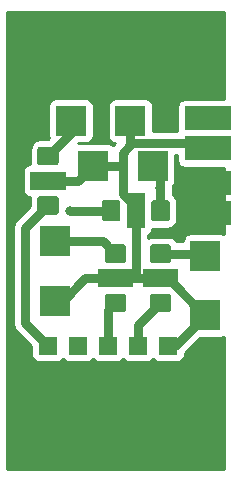
<source format=gbr>
G04 #@! TF.GenerationSoftware,KiCad,Pcbnew,6.0.0-rc1-unknown-f68581d~66~ubuntu16.04.1*
G04 #@! TF.CreationDate,2018-09-30T17:07:12+02:00*
G04 #@! TF.ProjectId,SIPM01A,5349504D3031412E6B696361645F7063,rev?*
G04 #@! TF.SameCoordinates,Original*
G04 #@! TF.FileFunction,Copper,L2,Bot,Signal*
G04 #@! TF.FilePolarity,Positive*
%FSLAX46Y46*%
G04 Gerber Fmt 4.6, Leading zero omitted, Abs format (unit mm)*
G04 Created by KiCad (PCBNEW 6.0.0-rc1-unknown-f68581d~66~ubuntu16.04.1) date Sun Sep 30 17:07:12 2018*
%MOMM*%
%LPD*%
G01*
G04 APERTURE LIST*
G04 #@! TA.AperFunction,ComponentPad*
%ADD10C,6.000000*%
G04 #@! TD*
G04 #@! TA.AperFunction,SMDPad,CuDef*
%ADD11C,1.500000*%
G04 #@! TD*
G04 #@! TA.AperFunction,Conductor*
%ADD12C,0.100000*%
G04 #@! TD*
G04 #@! TA.AperFunction,SMDPad,CuDef*
%ADD13C,1.575000*%
G04 #@! TD*
G04 #@! TA.AperFunction,SMDPad,CuDef*
%ADD14R,2.550160X2.499360*%
G04 #@! TD*
G04 #@! TA.AperFunction,SMDPad,CuDef*
%ADD15R,2.499360X2.550160*%
G04 #@! TD*
G04 #@! TA.AperFunction,SMDPad,CuDef*
%ADD16R,4.000000X2.000000*%
G04 #@! TD*
G04 #@! TA.AperFunction,ComponentPad*
%ADD17R,1.524000X1.524000*%
G04 #@! TD*
G04 #@! TA.AperFunction,ViaPad*
%ADD18C,0.800000*%
G04 #@! TD*
G04 #@! TA.AperFunction,Conductor*
%ADD19C,0.800000*%
G04 #@! TD*
G04 #@! TA.AperFunction,Conductor*
%ADD20C,0.254000*%
G04 #@! TD*
G04 APERTURE END LIST*
D10*
G04 #@! TO.P,M1,1*
G04 #@! TO.N,GND*
X15240000Y35560000D03*
G04 #@! TD*
G04 #@! TO.P,M2,1*
G04 #@! TO.N,GND*
X5080000Y5080000D03*
G04 #@! TD*
G04 #@! TO.P,M3,1*
G04 #@! TO.N,GND*
X5080000Y35560000D03*
G04 #@! TD*
G04 #@! TO.P,M4,1*
G04 #@! TO.N,GND*
X15240000Y5080000D03*
G04 #@! TD*
D11*
G04 #@! TO.P,C1,2*
G04 #@! TO.N,/+*
X4445000Y25400000D03*
D12*
G04 #@! TD*
G04 #@! TO.N,/+*
G04 #@! TO.C,C1*
G36*
X5945000Y24650000D02*
X2945000Y24650000D01*
X2945000Y26150000D01*
X5945000Y26150000D01*
X5945000Y24650000D01*
X5945000Y24650000D01*
G37*
G04 #@! TO.N,/U1*
G04 #@! TO.C,C1*
G36*
X5119121Y28273794D02*
X5143430Y28270188D01*
X5167270Y28264217D01*
X5190408Y28255938D01*
X5212625Y28245430D01*
X5233704Y28232796D01*
X5253443Y28218156D01*
X5271652Y28201652D01*
X5288156Y28183443D01*
X5302796Y28163704D01*
X5315430Y28142625D01*
X5325938Y28120408D01*
X5334217Y28097270D01*
X5340188Y28073430D01*
X5343794Y28049121D01*
X5345000Y28024575D01*
X5345000Y26950425D01*
X5343794Y26925879D01*
X5340188Y26901570D01*
X5334217Y26877730D01*
X5325938Y26854592D01*
X5315430Y26832375D01*
X5302796Y26811296D01*
X5288156Y26791557D01*
X5271652Y26773348D01*
X5253443Y26756844D01*
X5233704Y26742204D01*
X5212625Y26729570D01*
X5190408Y26719062D01*
X5167270Y26710783D01*
X5143430Y26704812D01*
X5119121Y26701206D01*
X5094575Y26700000D01*
X3795425Y26700000D01*
X3770879Y26701206D01*
X3746570Y26704812D01*
X3722730Y26710783D01*
X3699592Y26719062D01*
X3677375Y26729570D01*
X3656296Y26742204D01*
X3636557Y26756844D01*
X3618348Y26773348D01*
X3601844Y26791557D01*
X3587204Y26811296D01*
X3574570Y26832375D01*
X3564062Y26854592D01*
X3555783Y26877730D01*
X3549812Y26901570D01*
X3546206Y26925879D01*
X3545000Y26950425D01*
X3545000Y28024575D01*
X3546206Y28049121D01*
X3549812Y28073430D01*
X3555783Y28097270D01*
X3564062Y28120408D01*
X3574570Y28142625D01*
X3587204Y28163704D01*
X3601844Y28183443D01*
X3618348Y28201652D01*
X3636557Y28218156D01*
X3656296Y28232796D01*
X3677375Y28245430D01*
X3699592Y28255938D01*
X3722730Y28264217D01*
X3746570Y28270188D01*
X3770879Y28273794D01*
X3795425Y28275000D01*
X5094575Y28275000D01*
X5119121Y28273794D01*
X5119121Y28273794D01*
G37*
D13*
G04 #@! TD*
G04 #@! TO.P,C1,3*
G04 #@! TO.N,/U1*
X4445000Y27487500D03*
D12*
G04 #@! TO.N,/U1in*
G04 #@! TO.C,C1*
G36*
X5119505Y24098796D02*
X5143773Y24095196D01*
X5167572Y24089235D01*
X5190671Y24080970D01*
X5212850Y24070480D01*
X5233893Y24057868D01*
X5253599Y24043253D01*
X5271777Y24026777D01*
X5288253Y24008599D01*
X5302868Y23988893D01*
X5315480Y23967850D01*
X5325970Y23945671D01*
X5334235Y23922572D01*
X5340196Y23898773D01*
X5343796Y23874505D01*
X5345000Y23850001D01*
X5345000Y22774999D01*
X5343796Y22750495D01*
X5340196Y22726227D01*
X5334235Y22702428D01*
X5325970Y22679329D01*
X5315480Y22657150D01*
X5302868Y22636107D01*
X5288253Y22616401D01*
X5271777Y22598223D01*
X5253599Y22581747D01*
X5233893Y22567132D01*
X5212850Y22554520D01*
X5190671Y22544030D01*
X5167572Y22535765D01*
X5143773Y22529804D01*
X5119505Y22526204D01*
X5095001Y22525000D01*
X3794999Y22525000D01*
X3770495Y22526204D01*
X3746227Y22529804D01*
X3722428Y22535765D01*
X3699329Y22544030D01*
X3677150Y22554520D01*
X3656107Y22567132D01*
X3636401Y22581747D01*
X3618223Y22598223D01*
X3601747Y22616401D01*
X3587132Y22636107D01*
X3574520Y22657150D01*
X3564030Y22679329D01*
X3555765Y22702428D01*
X3549804Y22726227D01*
X3546204Y22750495D01*
X3545000Y22774999D01*
X3545000Y23850001D01*
X3546204Y23874505D01*
X3549804Y23898773D01*
X3555765Y23922572D01*
X3564030Y23945671D01*
X3574520Y23967850D01*
X3587132Y23988893D01*
X3601747Y24008599D01*
X3618223Y24026777D01*
X3636401Y24043253D01*
X3656107Y24057868D01*
X3677150Y24070480D01*
X3699329Y24080970D01*
X3722428Y24089235D01*
X3746227Y24095196D01*
X3770495Y24098796D01*
X3794999Y24100000D01*
X5095001Y24100000D01*
X5119505Y24098796D01*
X5119505Y24098796D01*
G37*
D13*
G04 #@! TD*
G04 #@! TO.P,C1,1*
G04 #@! TO.N,/U1in*
X4445000Y23312500D03*
D14*
G04 #@! TO.P,C2,2*
G04 #@! TO.N,/U1*
X6380480Y30480000D03*
G04 #@! TO.P,C2,1*
G04 #@! TO.N,/+*
X11430000Y30480000D03*
G04 #@! TD*
D12*
G04 #@! TO.N,/U2in*
G04 #@! TO.C,C4*
G36*
X10357005Y23758796D02*
X10381273Y23755196D01*
X10405072Y23749235D01*
X10428171Y23740970D01*
X10450350Y23730480D01*
X10471393Y23717868D01*
X10491099Y23703253D01*
X10509277Y23686777D01*
X10525753Y23668599D01*
X10540368Y23648893D01*
X10552980Y23627850D01*
X10563470Y23605671D01*
X10571735Y23582572D01*
X10577696Y23558773D01*
X10581296Y23534505D01*
X10582500Y23510001D01*
X10582500Y22209999D01*
X10581296Y22185495D01*
X10577696Y22161227D01*
X10571735Y22137428D01*
X10563470Y22114329D01*
X10552980Y22092150D01*
X10540368Y22071107D01*
X10525753Y22051401D01*
X10509277Y22033223D01*
X10491099Y22016747D01*
X10471393Y22002132D01*
X10450350Y21989520D01*
X10428171Y21979030D01*
X10405072Y21970765D01*
X10381273Y21964804D01*
X10357005Y21961204D01*
X10332501Y21960000D01*
X9257499Y21960000D01*
X9232995Y21961204D01*
X9208727Y21964804D01*
X9184928Y21970765D01*
X9161829Y21979030D01*
X9139650Y21989520D01*
X9118607Y22002132D01*
X9098901Y22016747D01*
X9080723Y22033223D01*
X9064247Y22051401D01*
X9049632Y22071107D01*
X9037020Y22092150D01*
X9026530Y22114329D01*
X9018265Y22137428D01*
X9012304Y22161227D01*
X9008704Y22185495D01*
X9007500Y22209999D01*
X9007500Y23510001D01*
X9008704Y23534505D01*
X9012304Y23558773D01*
X9018265Y23582572D01*
X9026530Y23605671D01*
X9037020Y23627850D01*
X9049632Y23648893D01*
X9064247Y23668599D01*
X9080723Y23686777D01*
X9098901Y23703253D01*
X9118607Y23717868D01*
X9139650Y23730480D01*
X9161829Y23740970D01*
X9184928Y23749235D01*
X9208727Y23755196D01*
X9232995Y23758796D01*
X9257499Y23760000D01*
X10332501Y23760000D01*
X10357005Y23758796D01*
X10357005Y23758796D01*
G37*
D13*
G04 #@! TD*
G04 #@! TO.P,C4,1*
G04 #@! TO.N,/U2in*
X9795000Y22860000D03*
D12*
G04 #@! TO.N,/U2*
G04 #@! TO.C,C4*
G36*
X14531621Y23758794D02*
X14555930Y23755188D01*
X14579770Y23749217D01*
X14602908Y23740938D01*
X14625125Y23730430D01*
X14646204Y23717796D01*
X14665943Y23703156D01*
X14684152Y23686652D01*
X14700656Y23668443D01*
X14715296Y23648704D01*
X14727930Y23627625D01*
X14738438Y23605408D01*
X14746717Y23582270D01*
X14752688Y23558430D01*
X14756294Y23534121D01*
X14757500Y23509575D01*
X14757500Y22210425D01*
X14756294Y22185879D01*
X14752688Y22161570D01*
X14746717Y22137730D01*
X14738438Y22114592D01*
X14727930Y22092375D01*
X14715296Y22071296D01*
X14700656Y22051557D01*
X14684152Y22033348D01*
X14665943Y22016844D01*
X14646204Y22002204D01*
X14625125Y21989570D01*
X14602908Y21979062D01*
X14579770Y21970783D01*
X14555930Y21964812D01*
X14531621Y21961206D01*
X14507075Y21960000D01*
X13432925Y21960000D01*
X13408379Y21961206D01*
X13384070Y21964812D01*
X13360230Y21970783D01*
X13337092Y21979062D01*
X13314875Y21989570D01*
X13293796Y22002204D01*
X13274057Y22016844D01*
X13255848Y22033348D01*
X13239344Y22051557D01*
X13224704Y22071296D01*
X13212070Y22092375D01*
X13201562Y22114592D01*
X13193283Y22137730D01*
X13187312Y22161570D01*
X13183706Y22185879D01*
X13182500Y22210425D01*
X13182500Y23509575D01*
X13183706Y23534121D01*
X13187312Y23558430D01*
X13193283Y23582270D01*
X13201562Y23605408D01*
X13212070Y23627625D01*
X13224704Y23648704D01*
X13239344Y23668443D01*
X13255848Y23686652D01*
X13274057Y23703156D01*
X13293796Y23717796D01*
X13314875Y23730430D01*
X13337092Y23740938D01*
X13360230Y23749217D01*
X13384070Y23755188D01*
X13408379Y23758794D01*
X13432925Y23760000D01*
X14507075Y23760000D01*
X14531621Y23758794D01*
X14531621Y23758794D01*
G37*
D13*
G04 #@! TD*
G04 #@! TO.P,C4,3*
G04 #@! TO.N,/U2*
X13970000Y22860000D03*
D11*
G04 #@! TO.P,C4,2*
G04 #@! TO.N,/+*
X11882500Y22860000D03*
D12*
G04 #@! TD*
G04 #@! TO.N,/+*
G04 #@! TO.C,C4*
G36*
X11132500Y21360000D02*
X11132500Y24360000D01*
X12632500Y24360000D01*
X12632500Y21360000D01*
X11132500Y21360000D01*
X11132500Y21360000D01*
G37*
D15*
G04 #@! TO.P,C5,1*
G04 #@! TO.N,/+*
X5080000Y15240000D03*
G04 #@! TO.P,C5,2*
G04 #@! TO.N,/U3*
X5080000Y20289520D03*
G04 #@! TD*
D11*
G04 #@! TO.P,C7,2*
G04 #@! TO.N,/+*
X10160000Y17145000D03*
D12*
G04 #@! TD*
G04 #@! TO.N,/+*
G04 #@! TO.C,C7*
G36*
X11660000Y16395000D02*
X8660000Y16395000D01*
X8660000Y17895000D01*
X11660000Y17895000D01*
X11660000Y16395000D01*
X11660000Y16395000D01*
G37*
G04 #@! TO.N,/U3*
G04 #@! TO.C,C7*
G36*
X10834121Y20018794D02*
X10858430Y20015188D01*
X10882270Y20009217D01*
X10905408Y20000938D01*
X10927625Y19990430D01*
X10948704Y19977796D01*
X10968443Y19963156D01*
X10986652Y19946652D01*
X11003156Y19928443D01*
X11017796Y19908704D01*
X11030430Y19887625D01*
X11040938Y19865408D01*
X11049217Y19842270D01*
X11055188Y19818430D01*
X11058794Y19794121D01*
X11060000Y19769575D01*
X11060000Y18695425D01*
X11058794Y18670879D01*
X11055188Y18646570D01*
X11049217Y18622730D01*
X11040938Y18599592D01*
X11030430Y18577375D01*
X11017796Y18556296D01*
X11003156Y18536557D01*
X10986652Y18518348D01*
X10968443Y18501844D01*
X10948704Y18487204D01*
X10927625Y18474570D01*
X10905408Y18464062D01*
X10882270Y18455783D01*
X10858430Y18449812D01*
X10834121Y18446206D01*
X10809575Y18445000D01*
X9510425Y18445000D01*
X9485879Y18446206D01*
X9461570Y18449812D01*
X9437730Y18455783D01*
X9414592Y18464062D01*
X9392375Y18474570D01*
X9371296Y18487204D01*
X9351557Y18501844D01*
X9333348Y18518348D01*
X9316844Y18536557D01*
X9302204Y18556296D01*
X9289570Y18577375D01*
X9279062Y18599592D01*
X9270783Y18622730D01*
X9264812Y18646570D01*
X9261206Y18670879D01*
X9260000Y18695425D01*
X9260000Y19769575D01*
X9261206Y19794121D01*
X9264812Y19818430D01*
X9270783Y19842270D01*
X9279062Y19865408D01*
X9289570Y19887625D01*
X9302204Y19908704D01*
X9316844Y19928443D01*
X9333348Y19946652D01*
X9351557Y19963156D01*
X9371296Y19977796D01*
X9392375Y19990430D01*
X9414592Y20000938D01*
X9437730Y20009217D01*
X9461570Y20015188D01*
X9485879Y20018794D01*
X9510425Y20020000D01*
X10809575Y20020000D01*
X10834121Y20018794D01*
X10834121Y20018794D01*
G37*
D13*
G04 #@! TD*
G04 #@! TO.P,C7,3*
G04 #@! TO.N,/U3*
X10160000Y19232500D03*
D12*
G04 #@! TO.N,/U3in*
G04 #@! TO.C,C7*
G36*
X10834505Y15843796D02*
X10858773Y15840196D01*
X10882572Y15834235D01*
X10905671Y15825970D01*
X10927850Y15815480D01*
X10948893Y15802868D01*
X10968599Y15788253D01*
X10986777Y15771777D01*
X11003253Y15753599D01*
X11017868Y15733893D01*
X11030480Y15712850D01*
X11040970Y15690671D01*
X11049235Y15667572D01*
X11055196Y15643773D01*
X11058796Y15619505D01*
X11060000Y15595001D01*
X11060000Y14519999D01*
X11058796Y14495495D01*
X11055196Y14471227D01*
X11049235Y14447428D01*
X11040970Y14424329D01*
X11030480Y14402150D01*
X11017868Y14381107D01*
X11003253Y14361401D01*
X10986777Y14343223D01*
X10968599Y14326747D01*
X10948893Y14312132D01*
X10927850Y14299520D01*
X10905671Y14289030D01*
X10882572Y14280765D01*
X10858773Y14274804D01*
X10834505Y14271204D01*
X10810001Y14270000D01*
X9509999Y14270000D01*
X9485495Y14271204D01*
X9461227Y14274804D01*
X9437428Y14280765D01*
X9414329Y14289030D01*
X9392150Y14299520D01*
X9371107Y14312132D01*
X9351401Y14326747D01*
X9333223Y14343223D01*
X9316747Y14361401D01*
X9302132Y14381107D01*
X9289520Y14402150D01*
X9279030Y14424329D01*
X9270765Y14447428D01*
X9264804Y14471227D01*
X9261204Y14495495D01*
X9260000Y14519999D01*
X9260000Y15595001D01*
X9261204Y15619505D01*
X9264804Y15643773D01*
X9270765Y15667572D01*
X9279030Y15690671D01*
X9289520Y15712850D01*
X9302132Y15733893D01*
X9316747Y15753599D01*
X9333223Y15771777D01*
X9351401Y15788253D01*
X9371107Y15802868D01*
X9392150Y15815480D01*
X9414329Y15825970D01*
X9437428Y15834235D01*
X9461227Y15840196D01*
X9485495Y15843796D01*
X9509999Y15845000D01*
X10810001Y15845000D01*
X10834505Y15843796D01*
X10834505Y15843796D01*
G37*
D13*
G04 #@! TD*
G04 #@! TO.P,C7,1*
G04 #@! TO.N,/U3in*
X10160000Y15057500D03*
D12*
G04 #@! TO.N,/U4in*
G04 #@! TO.C,C10*
G36*
X14644505Y15843796D02*
X14668773Y15840196D01*
X14692572Y15834235D01*
X14715671Y15825970D01*
X14737850Y15815480D01*
X14758893Y15802868D01*
X14778599Y15788253D01*
X14796777Y15771777D01*
X14813253Y15753599D01*
X14827868Y15733893D01*
X14840480Y15712850D01*
X14850970Y15690671D01*
X14859235Y15667572D01*
X14865196Y15643773D01*
X14868796Y15619505D01*
X14870000Y15595001D01*
X14870000Y14519999D01*
X14868796Y14495495D01*
X14865196Y14471227D01*
X14859235Y14447428D01*
X14850970Y14424329D01*
X14840480Y14402150D01*
X14827868Y14381107D01*
X14813253Y14361401D01*
X14796777Y14343223D01*
X14778599Y14326747D01*
X14758893Y14312132D01*
X14737850Y14299520D01*
X14715671Y14289030D01*
X14692572Y14280765D01*
X14668773Y14274804D01*
X14644505Y14271204D01*
X14620001Y14270000D01*
X13319999Y14270000D01*
X13295495Y14271204D01*
X13271227Y14274804D01*
X13247428Y14280765D01*
X13224329Y14289030D01*
X13202150Y14299520D01*
X13181107Y14312132D01*
X13161401Y14326747D01*
X13143223Y14343223D01*
X13126747Y14361401D01*
X13112132Y14381107D01*
X13099520Y14402150D01*
X13089030Y14424329D01*
X13080765Y14447428D01*
X13074804Y14471227D01*
X13071204Y14495495D01*
X13070000Y14519999D01*
X13070000Y15595001D01*
X13071204Y15619505D01*
X13074804Y15643773D01*
X13080765Y15667572D01*
X13089030Y15690671D01*
X13099520Y15712850D01*
X13112132Y15733893D01*
X13126747Y15753599D01*
X13143223Y15771777D01*
X13161401Y15788253D01*
X13181107Y15802868D01*
X13202150Y15815480D01*
X13224329Y15825970D01*
X13247428Y15834235D01*
X13271227Y15840196D01*
X13295495Y15843796D01*
X13319999Y15845000D01*
X14620001Y15845000D01*
X14644505Y15843796D01*
X14644505Y15843796D01*
G37*
D13*
G04 #@! TD*
G04 #@! TO.P,C10,1*
G04 #@! TO.N,/U4in*
X13970000Y15057500D03*
D12*
G04 #@! TO.N,/U4*
G04 #@! TO.C,C10*
G36*
X14644121Y20018794D02*
X14668430Y20015188D01*
X14692270Y20009217D01*
X14715408Y20000938D01*
X14737625Y19990430D01*
X14758704Y19977796D01*
X14778443Y19963156D01*
X14796652Y19946652D01*
X14813156Y19928443D01*
X14827796Y19908704D01*
X14840430Y19887625D01*
X14850938Y19865408D01*
X14859217Y19842270D01*
X14865188Y19818430D01*
X14868794Y19794121D01*
X14870000Y19769575D01*
X14870000Y18695425D01*
X14868794Y18670879D01*
X14865188Y18646570D01*
X14859217Y18622730D01*
X14850938Y18599592D01*
X14840430Y18577375D01*
X14827796Y18556296D01*
X14813156Y18536557D01*
X14796652Y18518348D01*
X14778443Y18501844D01*
X14758704Y18487204D01*
X14737625Y18474570D01*
X14715408Y18464062D01*
X14692270Y18455783D01*
X14668430Y18449812D01*
X14644121Y18446206D01*
X14619575Y18445000D01*
X13320425Y18445000D01*
X13295879Y18446206D01*
X13271570Y18449812D01*
X13247730Y18455783D01*
X13224592Y18464062D01*
X13202375Y18474570D01*
X13181296Y18487204D01*
X13161557Y18501844D01*
X13143348Y18518348D01*
X13126844Y18536557D01*
X13112204Y18556296D01*
X13099570Y18577375D01*
X13089062Y18599592D01*
X13080783Y18622730D01*
X13074812Y18646570D01*
X13071206Y18670879D01*
X13070000Y18695425D01*
X13070000Y19769575D01*
X13071206Y19794121D01*
X13074812Y19818430D01*
X13080783Y19842270D01*
X13089062Y19865408D01*
X13099570Y19887625D01*
X13112204Y19908704D01*
X13126844Y19928443D01*
X13143348Y19946652D01*
X13161557Y19963156D01*
X13181296Y19977796D01*
X13202375Y19990430D01*
X13224592Y20000938D01*
X13247730Y20009217D01*
X13271570Y20015188D01*
X13295879Y20018794D01*
X13320425Y20020000D01*
X14619575Y20020000D01*
X14644121Y20018794D01*
X14644121Y20018794D01*
G37*
D13*
G04 #@! TD*
G04 #@! TO.P,C10,3*
G04 #@! TO.N,/U4*
X13970000Y19232500D03*
D11*
G04 #@! TO.P,C10,2*
G04 #@! TO.N,/+*
X13970000Y17145000D03*
D12*
G04 #@! TD*
G04 #@! TO.N,/+*
G04 #@! TO.C,C10*
G36*
X15470000Y16395000D02*
X12470000Y16395000D01*
X12470000Y17895000D01*
X15470000Y17895000D01*
X15470000Y16395000D01*
X15470000Y16395000D01*
G37*
D16*
G04 #@! TO.P,J5,1*
G04 #@! TO.N,/K*
X18034000Y30670500D03*
G04 #@! TO.P,J5,2*
G04 #@! TO.N,/+*
X18034000Y28130500D03*
G04 #@! TD*
G04 #@! TO.P,J6,2*
G04 #@! TO.N,GND*
X18034000Y25196800D03*
G04 #@! TO.P,J6,1*
X18034000Y22656800D03*
G04 #@! TD*
D17*
G04 #@! TO.P,J1,1*
G04 #@! TO.N,/U1in*
X4445000Y11430000D03*
G04 #@! TD*
G04 #@! TO.P,J2,1*
G04 #@! TO.N,/U2in*
X6985000Y11430000D03*
G04 #@! TD*
G04 #@! TO.P,J3,1*
G04 #@! TO.N,/U3in*
X9525000Y11430000D03*
G04 #@! TD*
G04 #@! TO.P,J4,1*
G04 #@! TO.N,/U4in*
X12065000Y11430000D03*
G04 #@! TD*
G04 #@! TO.P,J7,1*
G04 #@! TO.N,/+*
X14605000Y11430000D03*
G04 #@! TD*
D14*
G04 #@! TO.P,C3,2*
G04 #@! TO.N,/U2*
X13304520Y26670000D03*
G04 #@! TO.P,C3,1*
G04 #@! TO.N,/+*
X8255000Y26670000D03*
G04 #@! TD*
D15*
G04 #@! TO.P,C6,1*
G04 #@! TO.N,/+*
X17780000Y14000480D03*
G04 #@! TO.P,C6,2*
G04 #@! TO.N,/U4*
X17780000Y19050000D03*
G04 #@! TD*
D18*
G04 #@! TO.N,/U1*
X4445000Y27487500D03*
G04 #@! TO.N,/U2*
X13970000Y24765000D03*
G04 #@! TO.N,/U3*
X10160000Y19232500D03*
G04 #@! TO.N,/U4*
X13970000Y19232500D03*
G04 #@! TO.N,GND*
X15875000Y26035000D03*
G04 #@! TO.N,/U2in*
X6350000Y22860000D03*
G04 #@! TO.N,/K*
X18034000Y30670500D03*
G04 #@! TD*
D19*
G04 #@! TO.N,/U1*
X6380480Y30480000D02*
X6380480Y29422980D01*
X6380480Y29422980D02*
X4445000Y27487500D01*
G04 #@! TO.N,/U2*
X13970000Y24765000D02*
X13970000Y26004520D01*
X13970000Y22860000D02*
X13970000Y24765000D01*
X13970000Y26004520D02*
X13304520Y26670000D01*
G04 #@! TO.N,/U3*
X5715000Y20289520D02*
X9102980Y20289520D01*
X9102980Y20289520D02*
X10160000Y19232500D01*
G04 #@! TO.N,/U4*
X13970000Y19232500D02*
X17582260Y19232500D01*
X17582260Y19232500D02*
X17780000Y19034760D01*
G04 #@! TO.N,GND*
X16713200Y25196800D02*
X15875000Y26035000D01*
X18034000Y25196800D02*
X16713200Y25196800D01*
G04 #@! TO.N,/U1in*
X2540000Y13335000D02*
X4445000Y11430000D01*
X4445000Y23312500D02*
X2540000Y21407500D01*
X2540000Y21407500D02*
X2540000Y13335000D01*
G04 #@! TO.N,/U2in*
X9795000Y22860000D02*
X6350000Y22860000D01*
G04 #@! TO.N,/U3in*
X9525000Y11430000D02*
X9525000Y14422500D01*
X9525000Y14422500D02*
X10160000Y15057500D01*
G04 #@! TO.N,/U4in*
X12065000Y11430000D02*
X12065000Y13152500D01*
X12065000Y13152500D02*
X13970000Y15057500D01*
G04 #@! TO.N,/+*
X11430000Y30480000D02*
X11430000Y28749758D01*
X11430000Y28749758D02*
X11604758Y28575000D01*
X8255000Y26670000D02*
X6985000Y25400000D01*
X6985000Y25400000D02*
X4445000Y25400000D01*
X10795000Y26670000D02*
X10795000Y27765242D01*
X10795000Y24249598D02*
X10795000Y26670000D01*
X8255000Y26670000D02*
X10795000Y26670000D01*
X11430000Y28400242D02*
X11604758Y28575000D01*
X10795000Y27765242D02*
X11430000Y28400242D01*
X11882500Y22860000D02*
X11882500Y23162098D01*
X11882500Y23162098D02*
X10795000Y24249598D01*
X11604758Y28575000D02*
X17589500Y28575000D01*
X17589500Y28575000D02*
X18034000Y28130500D01*
X12065000Y17145000D02*
X11882500Y17327500D01*
X11882500Y17327500D02*
X11882500Y22860000D01*
X14605000Y11430000D02*
X15224760Y11430000D01*
X15224760Y11430000D02*
X17780000Y13985240D01*
X17843500Y27940000D02*
X18034000Y28130500D01*
X10160000Y17145000D02*
X12065000Y17145000D01*
X12065000Y17145000D02*
X13970000Y17145000D01*
X5715000Y15240000D02*
X7620000Y17145000D01*
X7620000Y17145000D02*
X10160000Y17145000D01*
X17780000Y13985240D02*
X14620240Y17145000D01*
X14620240Y17145000D02*
X13970000Y17145000D01*
G04 #@! TD*
D20*
G04 #@! TO.N,GND*
G36*
X19331001Y32317940D02*
X16034000Y32317940D01*
X15786235Y32268657D01*
X15576191Y32128309D01*
X15435843Y31918265D01*
X15386560Y31670500D01*
X15386560Y29670500D01*
X15398594Y29610000D01*
X13352520Y29610000D01*
X13352520Y31729680D01*
X13303237Y31977445D01*
X13162889Y32187489D01*
X12952845Y32327837D01*
X12705080Y32377120D01*
X10154920Y32377120D01*
X9907155Y32327837D01*
X9697111Y32187489D01*
X9556763Y31977445D01*
X9507480Y31729680D01*
X9507480Y29230320D01*
X9556763Y28982555D01*
X9697111Y28772511D01*
X9907155Y28632163D01*
X10149922Y28583874D01*
X10135225Y28569177D01*
X10048808Y28511435D01*
X9991066Y28425018D01*
X9968130Y28390692D01*
X9777845Y28517837D01*
X9530080Y28567120D01*
X6988331Y28567120D01*
X7004091Y28582880D01*
X7655560Y28582880D01*
X7903325Y28632163D01*
X8113369Y28772511D01*
X8253717Y28982555D01*
X8303000Y29230320D01*
X8303000Y31729680D01*
X8253717Y31977445D01*
X8113369Y32187489D01*
X7903325Y32327837D01*
X7655560Y32377120D01*
X5105400Y32377120D01*
X4857635Y32327837D01*
X4647591Y32187489D01*
X4507243Y31977445D01*
X4457960Y31729680D01*
X4457960Y29230320D01*
X4502117Y29008327D01*
X4416230Y28922440D01*
X3795425Y28922440D01*
X3451827Y28854094D01*
X3160539Y28659461D01*
X2965906Y28368173D01*
X2897560Y28024575D01*
X2897560Y26950425D01*
X2928638Y26794185D01*
X2697235Y26748157D01*
X2487191Y26607809D01*
X2346843Y26397765D01*
X2297560Y26150000D01*
X2297560Y24650000D01*
X2346843Y24402235D01*
X2487191Y24192191D01*
X2697235Y24051843D01*
X2928556Y24005831D01*
X2897560Y23850001D01*
X2897560Y23228771D01*
X1880227Y22211437D01*
X1793807Y22153693D01*
X1602130Y21866827D01*
X1565052Y21811336D01*
X1484724Y21407500D01*
X1505000Y21305566D01*
X1505001Y13436939D01*
X1484724Y13335000D01*
X1565052Y12931164D01*
X1565053Y12931163D01*
X1793808Y12588807D01*
X1880225Y12531065D01*
X3035560Y11375729D01*
X3035560Y10668000D01*
X3084843Y10420235D01*
X3225191Y10210191D01*
X3435235Y10069843D01*
X3683000Y10020560D01*
X5207000Y10020560D01*
X5454765Y10069843D01*
X5664809Y10210191D01*
X5715000Y10285307D01*
X5765191Y10210191D01*
X5975235Y10069843D01*
X6223000Y10020560D01*
X7747000Y10020560D01*
X7994765Y10069843D01*
X8204809Y10210191D01*
X8255000Y10285307D01*
X8305191Y10210191D01*
X8515235Y10069843D01*
X8763000Y10020560D01*
X10287000Y10020560D01*
X10534765Y10069843D01*
X10744809Y10210191D01*
X10795000Y10285307D01*
X10845191Y10210191D01*
X11055235Y10069843D01*
X11303000Y10020560D01*
X12827000Y10020560D01*
X13074765Y10069843D01*
X13284809Y10210191D01*
X13335000Y10285307D01*
X13385191Y10210191D01*
X13595235Y10069843D01*
X13843000Y10020560D01*
X15367000Y10020560D01*
X15614765Y10069843D01*
X15824809Y10210191D01*
X15965157Y10420235D01*
X16014440Y10668000D01*
X16014440Y10748890D01*
X16028697Y10770227D01*
X17336431Y12077960D01*
X19029680Y12077960D01*
X19277445Y12127243D01*
X19331000Y12163028D01*
X19331000Y989000D01*
X989000Y989000D01*
X989000Y39651000D01*
X19331001Y39651000D01*
X19331001Y32317940D01*
X19331001Y32317940D01*
G37*
X19331001Y32317940D02*
X16034000Y32317940D01*
X15786235Y32268657D01*
X15576191Y32128309D01*
X15435843Y31918265D01*
X15386560Y31670500D01*
X15386560Y29670500D01*
X15398594Y29610000D01*
X13352520Y29610000D01*
X13352520Y31729680D01*
X13303237Y31977445D01*
X13162889Y32187489D01*
X12952845Y32327837D01*
X12705080Y32377120D01*
X10154920Y32377120D01*
X9907155Y32327837D01*
X9697111Y32187489D01*
X9556763Y31977445D01*
X9507480Y31729680D01*
X9507480Y29230320D01*
X9556763Y28982555D01*
X9697111Y28772511D01*
X9907155Y28632163D01*
X10149922Y28583874D01*
X10135225Y28569177D01*
X10048808Y28511435D01*
X9991066Y28425018D01*
X9968130Y28390692D01*
X9777845Y28517837D01*
X9530080Y28567120D01*
X6988331Y28567120D01*
X7004091Y28582880D01*
X7655560Y28582880D01*
X7903325Y28632163D01*
X8113369Y28772511D01*
X8253717Y28982555D01*
X8303000Y29230320D01*
X8303000Y31729680D01*
X8253717Y31977445D01*
X8113369Y32187489D01*
X7903325Y32327837D01*
X7655560Y32377120D01*
X5105400Y32377120D01*
X4857635Y32327837D01*
X4647591Y32187489D01*
X4507243Y31977445D01*
X4457960Y31729680D01*
X4457960Y29230320D01*
X4502117Y29008327D01*
X4416230Y28922440D01*
X3795425Y28922440D01*
X3451827Y28854094D01*
X3160539Y28659461D01*
X2965906Y28368173D01*
X2897560Y28024575D01*
X2897560Y26950425D01*
X2928638Y26794185D01*
X2697235Y26748157D01*
X2487191Y26607809D01*
X2346843Y26397765D01*
X2297560Y26150000D01*
X2297560Y24650000D01*
X2346843Y24402235D01*
X2487191Y24192191D01*
X2697235Y24051843D01*
X2928556Y24005831D01*
X2897560Y23850001D01*
X2897560Y23228771D01*
X1880227Y22211437D01*
X1793807Y22153693D01*
X1602130Y21866827D01*
X1565052Y21811336D01*
X1484724Y21407500D01*
X1505000Y21305566D01*
X1505001Y13436939D01*
X1484724Y13335000D01*
X1565052Y12931164D01*
X1565053Y12931163D01*
X1793808Y12588807D01*
X1880225Y12531065D01*
X3035560Y11375729D01*
X3035560Y10668000D01*
X3084843Y10420235D01*
X3225191Y10210191D01*
X3435235Y10069843D01*
X3683000Y10020560D01*
X5207000Y10020560D01*
X5454765Y10069843D01*
X5664809Y10210191D01*
X5715000Y10285307D01*
X5765191Y10210191D01*
X5975235Y10069843D01*
X6223000Y10020560D01*
X7747000Y10020560D01*
X7994765Y10069843D01*
X8204809Y10210191D01*
X8255000Y10285307D01*
X8305191Y10210191D01*
X8515235Y10069843D01*
X8763000Y10020560D01*
X10287000Y10020560D01*
X10534765Y10069843D01*
X10744809Y10210191D01*
X10795000Y10285307D01*
X10845191Y10210191D01*
X11055235Y10069843D01*
X11303000Y10020560D01*
X12827000Y10020560D01*
X13074765Y10069843D01*
X13284809Y10210191D01*
X13335000Y10285307D01*
X13385191Y10210191D01*
X13595235Y10069843D01*
X13843000Y10020560D01*
X15367000Y10020560D01*
X15614765Y10069843D01*
X15824809Y10210191D01*
X15965157Y10420235D01*
X16014440Y10668000D01*
X16014440Y10748890D01*
X16028697Y10770227D01*
X17336431Y12077960D01*
X19029680Y12077960D01*
X19277445Y12127243D01*
X19331000Y12163028D01*
X19331000Y989000D01*
X989000Y989000D01*
X989000Y39651000D01*
X19331001Y39651000D01*
X19331001Y32317940D01*
G36*
X15386560Y27130500D02*
X15435843Y26882735D01*
X15576191Y26672691D01*
X15786235Y26532343D01*
X16034000Y26483060D01*
X19331001Y26483060D01*
X19331001Y20887452D01*
X19277445Y20923237D01*
X19029680Y20972520D01*
X16530320Y20972520D01*
X16282555Y20923237D01*
X16072511Y20782889D01*
X15932163Y20572845D01*
X15882880Y20325080D01*
X15882880Y20267500D01*
X15345976Y20267500D01*
X15254461Y20404461D01*
X14963173Y20599094D01*
X14619575Y20667440D01*
X13320425Y20667440D01*
X12976827Y20599094D01*
X12917500Y20559453D01*
X12917500Y20786723D01*
X13090309Y20902191D01*
X13230657Y21112235D01*
X13276685Y21343638D01*
X13432925Y21312560D01*
X14507075Y21312560D01*
X14850673Y21380906D01*
X15141961Y21575539D01*
X15336594Y21866827D01*
X15404940Y22210425D01*
X15404940Y23509575D01*
X15336594Y23853173D01*
X15141961Y24144461D01*
X15005000Y24235976D01*
X15005000Y24940856D01*
X15037409Y24962511D01*
X15177757Y25172555D01*
X15227040Y25420320D01*
X15227040Y27540000D01*
X15386560Y27540000D01*
X15386560Y27130500D01*
X15386560Y27130500D01*
G37*
X15386560Y27130500D02*
X15435843Y26882735D01*
X15576191Y26672691D01*
X15786235Y26532343D01*
X16034000Y26483060D01*
X19331001Y26483060D01*
X19331001Y20887452D01*
X19277445Y20923237D01*
X19029680Y20972520D01*
X16530320Y20972520D01*
X16282555Y20923237D01*
X16072511Y20782889D01*
X15932163Y20572845D01*
X15882880Y20325080D01*
X15882880Y20267500D01*
X15345976Y20267500D01*
X15254461Y20404461D01*
X14963173Y20599094D01*
X14619575Y20667440D01*
X13320425Y20667440D01*
X12976827Y20599094D01*
X12917500Y20559453D01*
X12917500Y20786723D01*
X13090309Y20902191D01*
X13230657Y21112235D01*
X13276685Y21343638D01*
X13432925Y21312560D01*
X14507075Y21312560D01*
X14850673Y21380906D01*
X15141961Y21575539D01*
X15336594Y21866827D01*
X15404940Y22210425D01*
X15404940Y23509575D01*
X15336594Y23853173D01*
X15141961Y24144461D01*
X15005000Y24235976D01*
X15005000Y24940856D01*
X15037409Y24962511D01*
X15177757Y25172555D01*
X15227040Y25420320D01*
X15227040Y27540000D01*
X15386560Y27540000D01*
X15386560Y27130500D01*
G04 #@! TD*
M02*

</source>
